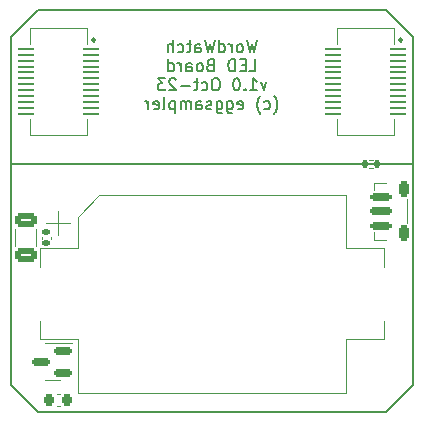
<source format=gbr>
%TF.GenerationSoftware,KiCad,Pcbnew,7.0.8*%
%TF.CreationDate,2023-11-08T20:40:56+10:00*%
%TF.ProjectId,LEDBoard,4c454442-6f61-4726-942e-6b696361645f,rev?*%
%TF.SameCoordinates,Original*%
%TF.FileFunction,Legend,Bot*%
%TF.FilePolarity,Positive*%
%FSLAX46Y46*%
G04 Gerber Fmt 4.6, Leading zero omitted, Abs format (unit mm)*
G04 Created by KiCad (PCBNEW 7.0.8) date 2023-11-08 20:40:56*
%MOMM*%
%LPD*%
G01*
G04 APERTURE LIST*
G04 Aperture macros list*
%AMRoundRect*
0 Rectangle with rounded corners*
0 $1 Rounding radius*
0 $2 $3 $4 $5 $6 $7 $8 $9 X,Y pos of 4 corners*
0 Add a 4 corners polygon primitive as box body*
4,1,4,$2,$3,$4,$5,$6,$7,$8,$9,$2,$3,0*
0 Add four circle primitives for the rounded corners*
1,1,$1+$1,$2,$3*
1,1,$1+$1,$4,$5*
1,1,$1+$1,$6,$7*
1,1,$1+$1,$8,$9*
0 Add four rect primitives between the rounded corners*
20,1,$1+$1,$2,$3,$4,$5,0*
20,1,$1+$1,$4,$5,$6,$7,0*
20,1,$1+$1,$6,$7,$8,$9,0*
20,1,$1+$1,$8,$9,$2,$3,0*%
G04 Aperture macros list end*
%ADD10C,0.150000*%
%ADD11C,0.120000*%
%ADD12C,0.100000*%
%ADD13C,0.250000*%
%ADD14R,2.600000X3.600000*%
%ADD15RoundRect,0.062500X0.587500X0.062500X-0.587500X0.062500X-0.587500X-0.062500X0.587500X-0.062500X0*%
%ADD16RoundRect,0.225000X-0.225000X-0.250000X0.225000X-0.250000X0.225000X0.250000X-0.225000X0.250000X0*%
%ADD17C,0.900000*%
%ADD18RoundRect,0.187500X-0.712500X0.187500X-0.712500X-0.187500X0.712500X-0.187500X0.712500X0.187500X0*%
%ADD19RoundRect,0.150000X-0.750000X0.150000X-0.750000X-0.150000X0.750000X-0.150000X0.750000X0.150000X0*%
%ADD20RoundRect,0.225000X-0.225000X0.425000X-0.225000X-0.425000X0.225000X-0.425000X0.225000X0.425000X0*%
%ADD21RoundRect,0.140000X0.170000X-0.140000X0.170000X0.140000X-0.170000X0.140000X-0.170000X-0.140000X0*%
%ADD22RoundRect,0.150000X0.587500X0.150000X-0.587500X0.150000X-0.587500X-0.150000X0.587500X-0.150000X0*%
%ADD23RoundRect,0.135000X0.135000X0.185000X-0.135000X0.185000X-0.135000X-0.185000X0.135000X-0.185000X0*%
%ADD24RoundRect,0.250000X0.650000X-0.325000X0.650000X0.325000X-0.650000X0.325000X-0.650000X-0.325000X0*%
G04 APERTURE END LIST*
D10*
X34500000Y-2750000D02*
X34500000Y-13500000D01*
X500000Y-13500000D01*
X500000Y-2750000D01*
X2750000Y-500000D01*
X32250000Y-500000D01*
X34500000Y-2750000D01*
X34500000Y-32250001D02*
X32250000Y-34500000D01*
X2750001Y-34500000D01*
X500000Y-32250000D01*
X500000Y-13500000D01*
X34500000Y-13500000D01*
X34500000Y-32250001D01*
X21333333Y-3039819D02*
X21095238Y-4039819D01*
X21095238Y-4039819D02*
X20904762Y-3325533D01*
X20904762Y-3325533D02*
X20714286Y-4039819D01*
X20714286Y-4039819D02*
X20476191Y-3039819D01*
X19952381Y-4039819D02*
X20047619Y-3992200D01*
X20047619Y-3992200D02*
X20095238Y-3944580D01*
X20095238Y-3944580D02*
X20142857Y-3849342D01*
X20142857Y-3849342D02*
X20142857Y-3563628D01*
X20142857Y-3563628D02*
X20095238Y-3468390D01*
X20095238Y-3468390D02*
X20047619Y-3420771D01*
X20047619Y-3420771D02*
X19952381Y-3373152D01*
X19952381Y-3373152D02*
X19809524Y-3373152D01*
X19809524Y-3373152D02*
X19714286Y-3420771D01*
X19714286Y-3420771D02*
X19666667Y-3468390D01*
X19666667Y-3468390D02*
X19619048Y-3563628D01*
X19619048Y-3563628D02*
X19619048Y-3849342D01*
X19619048Y-3849342D02*
X19666667Y-3944580D01*
X19666667Y-3944580D02*
X19714286Y-3992200D01*
X19714286Y-3992200D02*
X19809524Y-4039819D01*
X19809524Y-4039819D02*
X19952381Y-4039819D01*
X19190476Y-4039819D02*
X19190476Y-3373152D01*
X19190476Y-3563628D02*
X19142857Y-3468390D01*
X19142857Y-3468390D02*
X19095238Y-3420771D01*
X19095238Y-3420771D02*
X19000000Y-3373152D01*
X19000000Y-3373152D02*
X18904762Y-3373152D01*
X18142857Y-4039819D02*
X18142857Y-3039819D01*
X18142857Y-3992200D02*
X18238095Y-4039819D01*
X18238095Y-4039819D02*
X18428571Y-4039819D01*
X18428571Y-4039819D02*
X18523809Y-3992200D01*
X18523809Y-3992200D02*
X18571428Y-3944580D01*
X18571428Y-3944580D02*
X18619047Y-3849342D01*
X18619047Y-3849342D02*
X18619047Y-3563628D01*
X18619047Y-3563628D02*
X18571428Y-3468390D01*
X18571428Y-3468390D02*
X18523809Y-3420771D01*
X18523809Y-3420771D02*
X18428571Y-3373152D01*
X18428571Y-3373152D02*
X18238095Y-3373152D01*
X18238095Y-3373152D02*
X18142857Y-3420771D01*
X17761904Y-3039819D02*
X17523809Y-4039819D01*
X17523809Y-4039819D02*
X17333333Y-3325533D01*
X17333333Y-3325533D02*
X17142857Y-4039819D01*
X17142857Y-4039819D02*
X16904762Y-3039819D01*
X16095238Y-4039819D02*
X16095238Y-3516009D01*
X16095238Y-3516009D02*
X16142857Y-3420771D01*
X16142857Y-3420771D02*
X16238095Y-3373152D01*
X16238095Y-3373152D02*
X16428571Y-3373152D01*
X16428571Y-3373152D02*
X16523809Y-3420771D01*
X16095238Y-3992200D02*
X16190476Y-4039819D01*
X16190476Y-4039819D02*
X16428571Y-4039819D01*
X16428571Y-4039819D02*
X16523809Y-3992200D01*
X16523809Y-3992200D02*
X16571428Y-3896961D01*
X16571428Y-3896961D02*
X16571428Y-3801723D01*
X16571428Y-3801723D02*
X16523809Y-3706485D01*
X16523809Y-3706485D02*
X16428571Y-3658866D01*
X16428571Y-3658866D02*
X16190476Y-3658866D01*
X16190476Y-3658866D02*
X16095238Y-3611247D01*
X15761904Y-3373152D02*
X15380952Y-3373152D01*
X15619047Y-3039819D02*
X15619047Y-3896961D01*
X15619047Y-3896961D02*
X15571428Y-3992200D01*
X15571428Y-3992200D02*
X15476190Y-4039819D01*
X15476190Y-4039819D02*
X15380952Y-4039819D01*
X14619047Y-3992200D02*
X14714285Y-4039819D01*
X14714285Y-4039819D02*
X14904761Y-4039819D01*
X14904761Y-4039819D02*
X14999999Y-3992200D01*
X14999999Y-3992200D02*
X15047618Y-3944580D01*
X15047618Y-3944580D02*
X15095237Y-3849342D01*
X15095237Y-3849342D02*
X15095237Y-3563628D01*
X15095237Y-3563628D02*
X15047618Y-3468390D01*
X15047618Y-3468390D02*
X14999999Y-3420771D01*
X14999999Y-3420771D02*
X14904761Y-3373152D01*
X14904761Y-3373152D02*
X14714285Y-3373152D01*
X14714285Y-3373152D02*
X14619047Y-3420771D01*
X14190475Y-4039819D02*
X14190475Y-3039819D01*
X13761904Y-4039819D02*
X13761904Y-3516009D01*
X13761904Y-3516009D02*
X13809523Y-3420771D01*
X13809523Y-3420771D02*
X13904761Y-3373152D01*
X13904761Y-3373152D02*
X14047618Y-3373152D01*
X14047618Y-3373152D02*
X14142856Y-3420771D01*
X14142856Y-3420771D02*
X14190475Y-3468390D01*
X20690476Y-5649819D02*
X21166666Y-5649819D01*
X21166666Y-5649819D02*
X21166666Y-4649819D01*
X20357142Y-5126009D02*
X20023809Y-5126009D01*
X19880952Y-5649819D02*
X20357142Y-5649819D01*
X20357142Y-5649819D02*
X20357142Y-4649819D01*
X20357142Y-4649819D02*
X19880952Y-4649819D01*
X19452380Y-5649819D02*
X19452380Y-4649819D01*
X19452380Y-4649819D02*
X19214285Y-4649819D01*
X19214285Y-4649819D02*
X19071428Y-4697438D01*
X19071428Y-4697438D02*
X18976190Y-4792676D01*
X18976190Y-4792676D02*
X18928571Y-4887914D01*
X18928571Y-4887914D02*
X18880952Y-5078390D01*
X18880952Y-5078390D02*
X18880952Y-5221247D01*
X18880952Y-5221247D02*
X18928571Y-5411723D01*
X18928571Y-5411723D02*
X18976190Y-5506961D01*
X18976190Y-5506961D02*
X19071428Y-5602200D01*
X19071428Y-5602200D02*
X19214285Y-5649819D01*
X19214285Y-5649819D02*
X19452380Y-5649819D01*
X17357142Y-5126009D02*
X17214285Y-5173628D01*
X17214285Y-5173628D02*
X17166666Y-5221247D01*
X17166666Y-5221247D02*
X17119047Y-5316485D01*
X17119047Y-5316485D02*
X17119047Y-5459342D01*
X17119047Y-5459342D02*
X17166666Y-5554580D01*
X17166666Y-5554580D02*
X17214285Y-5602200D01*
X17214285Y-5602200D02*
X17309523Y-5649819D01*
X17309523Y-5649819D02*
X17690475Y-5649819D01*
X17690475Y-5649819D02*
X17690475Y-4649819D01*
X17690475Y-4649819D02*
X17357142Y-4649819D01*
X17357142Y-4649819D02*
X17261904Y-4697438D01*
X17261904Y-4697438D02*
X17214285Y-4745057D01*
X17214285Y-4745057D02*
X17166666Y-4840295D01*
X17166666Y-4840295D02*
X17166666Y-4935533D01*
X17166666Y-4935533D02*
X17214285Y-5030771D01*
X17214285Y-5030771D02*
X17261904Y-5078390D01*
X17261904Y-5078390D02*
X17357142Y-5126009D01*
X17357142Y-5126009D02*
X17690475Y-5126009D01*
X16547618Y-5649819D02*
X16642856Y-5602200D01*
X16642856Y-5602200D02*
X16690475Y-5554580D01*
X16690475Y-5554580D02*
X16738094Y-5459342D01*
X16738094Y-5459342D02*
X16738094Y-5173628D01*
X16738094Y-5173628D02*
X16690475Y-5078390D01*
X16690475Y-5078390D02*
X16642856Y-5030771D01*
X16642856Y-5030771D02*
X16547618Y-4983152D01*
X16547618Y-4983152D02*
X16404761Y-4983152D01*
X16404761Y-4983152D02*
X16309523Y-5030771D01*
X16309523Y-5030771D02*
X16261904Y-5078390D01*
X16261904Y-5078390D02*
X16214285Y-5173628D01*
X16214285Y-5173628D02*
X16214285Y-5459342D01*
X16214285Y-5459342D02*
X16261904Y-5554580D01*
X16261904Y-5554580D02*
X16309523Y-5602200D01*
X16309523Y-5602200D02*
X16404761Y-5649819D01*
X16404761Y-5649819D02*
X16547618Y-5649819D01*
X15357142Y-5649819D02*
X15357142Y-5126009D01*
X15357142Y-5126009D02*
X15404761Y-5030771D01*
X15404761Y-5030771D02*
X15499999Y-4983152D01*
X15499999Y-4983152D02*
X15690475Y-4983152D01*
X15690475Y-4983152D02*
X15785713Y-5030771D01*
X15357142Y-5602200D02*
X15452380Y-5649819D01*
X15452380Y-5649819D02*
X15690475Y-5649819D01*
X15690475Y-5649819D02*
X15785713Y-5602200D01*
X15785713Y-5602200D02*
X15833332Y-5506961D01*
X15833332Y-5506961D02*
X15833332Y-5411723D01*
X15833332Y-5411723D02*
X15785713Y-5316485D01*
X15785713Y-5316485D02*
X15690475Y-5268866D01*
X15690475Y-5268866D02*
X15452380Y-5268866D01*
X15452380Y-5268866D02*
X15357142Y-5221247D01*
X14880951Y-5649819D02*
X14880951Y-4983152D01*
X14880951Y-5173628D02*
X14833332Y-5078390D01*
X14833332Y-5078390D02*
X14785713Y-5030771D01*
X14785713Y-5030771D02*
X14690475Y-4983152D01*
X14690475Y-4983152D02*
X14595237Y-4983152D01*
X13833332Y-5649819D02*
X13833332Y-4649819D01*
X13833332Y-5602200D02*
X13928570Y-5649819D01*
X13928570Y-5649819D02*
X14119046Y-5649819D01*
X14119046Y-5649819D02*
X14214284Y-5602200D01*
X14214284Y-5602200D02*
X14261903Y-5554580D01*
X14261903Y-5554580D02*
X14309522Y-5459342D01*
X14309522Y-5459342D02*
X14309522Y-5173628D01*
X14309522Y-5173628D02*
X14261903Y-5078390D01*
X14261903Y-5078390D02*
X14214284Y-5030771D01*
X14214284Y-5030771D02*
X14119046Y-4983152D01*
X14119046Y-4983152D02*
X13928570Y-4983152D01*
X13928570Y-4983152D02*
X13833332Y-5030771D01*
X22119047Y-6593152D02*
X21880952Y-7259819D01*
X21880952Y-7259819D02*
X21642857Y-6593152D01*
X20738095Y-7259819D02*
X21309523Y-7259819D01*
X21023809Y-7259819D02*
X21023809Y-6259819D01*
X21023809Y-6259819D02*
X21119047Y-6402676D01*
X21119047Y-6402676D02*
X21214285Y-6497914D01*
X21214285Y-6497914D02*
X21309523Y-6545533D01*
X20309523Y-7164580D02*
X20261904Y-7212200D01*
X20261904Y-7212200D02*
X20309523Y-7259819D01*
X20309523Y-7259819D02*
X20357142Y-7212200D01*
X20357142Y-7212200D02*
X20309523Y-7164580D01*
X20309523Y-7164580D02*
X20309523Y-7259819D01*
X19642857Y-6259819D02*
X19547619Y-6259819D01*
X19547619Y-6259819D02*
X19452381Y-6307438D01*
X19452381Y-6307438D02*
X19404762Y-6355057D01*
X19404762Y-6355057D02*
X19357143Y-6450295D01*
X19357143Y-6450295D02*
X19309524Y-6640771D01*
X19309524Y-6640771D02*
X19309524Y-6878866D01*
X19309524Y-6878866D02*
X19357143Y-7069342D01*
X19357143Y-7069342D02*
X19404762Y-7164580D01*
X19404762Y-7164580D02*
X19452381Y-7212200D01*
X19452381Y-7212200D02*
X19547619Y-7259819D01*
X19547619Y-7259819D02*
X19642857Y-7259819D01*
X19642857Y-7259819D02*
X19738095Y-7212200D01*
X19738095Y-7212200D02*
X19785714Y-7164580D01*
X19785714Y-7164580D02*
X19833333Y-7069342D01*
X19833333Y-7069342D02*
X19880952Y-6878866D01*
X19880952Y-6878866D02*
X19880952Y-6640771D01*
X19880952Y-6640771D02*
X19833333Y-6450295D01*
X19833333Y-6450295D02*
X19785714Y-6355057D01*
X19785714Y-6355057D02*
X19738095Y-6307438D01*
X19738095Y-6307438D02*
X19642857Y-6259819D01*
X17928571Y-6259819D02*
X17738095Y-6259819D01*
X17738095Y-6259819D02*
X17642857Y-6307438D01*
X17642857Y-6307438D02*
X17547619Y-6402676D01*
X17547619Y-6402676D02*
X17500000Y-6593152D01*
X17500000Y-6593152D02*
X17500000Y-6926485D01*
X17500000Y-6926485D02*
X17547619Y-7116961D01*
X17547619Y-7116961D02*
X17642857Y-7212200D01*
X17642857Y-7212200D02*
X17738095Y-7259819D01*
X17738095Y-7259819D02*
X17928571Y-7259819D01*
X17928571Y-7259819D02*
X18023809Y-7212200D01*
X18023809Y-7212200D02*
X18119047Y-7116961D01*
X18119047Y-7116961D02*
X18166666Y-6926485D01*
X18166666Y-6926485D02*
X18166666Y-6593152D01*
X18166666Y-6593152D02*
X18119047Y-6402676D01*
X18119047Y-6402676D02*
X18023809Y-6307438D01*
X18023809Y-6307438D02*
X17928571Y-6259819D01*
X16642857Y-7212200D02*
X16738095Y-7259819D01*
X16738095Y-7259819D02*
X16928571Y-7259819D01*
X16928571Y-7259819D02*
X17023809Y-7212200D01*
X17023809Y-7212200D02*
X17071428Y-7164580D01*
X17071428Y-7164580D02*
X17119047Y-7069342D01*
X17119047Y-7069342D02*
X17119047Y-6783628D01*
X17119047Y-6783628D02*
X17071428Y-6688390D01*
X17071428Y-6688390D02*
X17023809Y-6640771D01*
X17023809Y-6640771D02*
X16928571Y-6593152D01*
X16928571Y-6593152D02*
X16738095Y-6593152D01*
X16738095Y-6593152D02*
X16642857Y-6640771D01*
X16357142Y-6593152D02*
X15976190Y-6593152D01*
X16214285Y-6259819D02*
X16214285Y-7116961D01*
X16214285Y-7116961D02*
X16166666Y-7212200D01*
X16166666Y-7212200D02*
X16071428Y-7259819D01*
X16071428Y-7259819D02*
X15976190Y-7259819D01*
X15642856Y-6878866D02*
X14880952Y-6878866D01*
X14452380Y-6355057D02*
X14404761Y-6307438D01*
X14404761Y-6307438D02*
X14309523Y-6259819D01*
X14309523Y-6259819D02*
X14071428Y-6259819D01*
X14071428Y-6259819D02*
X13976190Y-6307438D01*
X13976190Y-6307438D02*
X13928571Y-6355057D01*
X13928571Y-6355057D02*
X13880952Y-6450295D01*
X13880952Y-6450295D02*
X13880952Y-6545533D01*
X13880952Y-6545533D02*
X13928571Y-6688390D01*
X13928571Y-6688390D02*
X14499999Y-7259819D01*
X14499999Y-7259819D02*
X13880952Y-7259819D01*
X13547618Y-6259819D02*
X12928571Y-6259819D01*
X12928571Y-6259819D02*
X13261904Y-6640771D01*
X13261904Y-6640771D02*
X13119047Y-6640771D01*
X13119047Y-6640771D02*
X13023809Y-6688390D01*
X13023809Y-6688390D02*
X12976190Y-6736009D01*
X12976190Y-6736009D02*
X12928571Y-6831247D01*
X12928571Y-6831247D02*
X12928571Y-7069342D01*
X12928571Y-7069342D02*
X12976190Y-7164580D01*
X12976190Y-7164580D02*
X13023809Y-7212200D01*
X13023809Y-7212200D02*
X13119047Y-7259819D01*
X13119047Y-7259819D02*
X13404761Y-7259819D01*
X13404761Y-7259819D02*
X13499999Y-7212200D01*
X13499999Y-7212200D02*
X13547618Y-7164580D01*
X22761905Y-9250771D02*
X22809524Y-9203152D01*
X22809524Y-9203152D02*
X22904762Y-9060295D01*
X22904762Y-9060295D02*
X22952381Y-8965057D01*
X22952381Y-8965057D02*
X23000000Y-8822200D01*
X23000000Y-8822200D02*
X23047619Y-8584104D01*
X23047619Y-8584104D02*
X23047619Y-8393628D01*
X23047619Y-8393628D02*
X23000000Y-8155533D01*
X23000000Y-8155533D02*
X22952381Y-8012676D01*
X22952381Y-8012676D02*
X22904762Y-7917438D01*
X22904762Y-7917438D02*
X22809524Y-7774580D01*
X22809524Y-7774580D02*
X22761905Y-7726961D01*
X21952381Y-8822200D02*
X22047619Y-8869819D01*
X22047619Y-8869819D02*
X22238095Y-8869819D01*
X22238095Y-8869819D02*
X22333333Y-8822200D01*
X22333333Y-8822200D02*
X22380952Y-8774580D01*
X22380952Y-8774580D02*
X22428571Y-8679342D01*
X22428571Y-8679342D02*
X22428571Y-8393628D01*
X22428571Y-8393628D02*
X22380952Y-8298390D01*
X22380952Y-8298390D02*
X22333333Y-8250771D01*
X22333333Y-8250771D02*
X22238095Y-8203152D01*
X22238095Y-8203152D02*
X22047619Y-8203152D01*
X22047619Y-8203152D02*
X21952381Y-8250771D01*
X21619047Y-9250771D02*
X21571428Y-9203152D01*
X21571428Y-9203152D02*
X21476190Y-9060295D01*
X21476190Y-9060295D02*
X21428571Y-8965057D01*
X21428571Y-8965057D02*
X21380952Y-8822200D01*
X21380952Y-8822200D02*
X21333333Y-8584104D01*
X21333333Y-8584104D02*
X21333333Y-8393628D01*
X21333333Y-8393628D02*
X21380952Y-8155533D01*
X21380952Y-8155533D02*
X21428571Y-8012676D01*
X21428571Y-8012676D02*
X21476190Y-7917438D01*
X21476190Y-7917438D02*
X21571428Y-7774580D01*
X21571428Y-7774580D02*
X21619047Y-7726961D01*
X19714285Y-8822200D02*
X19809523Y-8869819D01*
X19809523Y-8869819D02*
X19999999Y-8869819D01*
X19999999Y-8869819D02*
X20095237Y-8822200D01*
X20095237Y-8822200D02*
X20142856Y-8726961D01*
X20142856Y-8726961D02*
X20142856Y-8346009D01*
X20142856Y-8346009D02*
X20095237Y-8250771D01*
X20095237Y-8250771D02*
X19999999Y-8203152D01*
X19999999Y-8203152D02*
X19809523Y-8203152D01*
X19809523Y-8203152D02*
X19714285Y-8250771D01*
X19714285Y-8250771D02*
X19666666Y-8346009D01*
X19666666Y-8346009D02*
X19666666Y-8441247D01*
X19666666Y-8441247D02*
X20142856Y-8536485D01*
X18809523Y-8203152D02*
X18809523Y-9012676D01*
X18809523Y-9012676D02*
X18857142Y-9107914D01*
X18857142Y-9107914D02*
X18904761Y-9155533D01*
X18904761Y-9155533D02*
X18999999Y-9203152D01*
X18999999Y-9203152D02*
X19142856Y-9203152D01*
X19142856Y-9203152D02*
X19238094Y-9155533D01*
X18809523Y-8822200D02*
X18904761Y-8869819D01*
X18904761Y-8869819D02*
X19095237Y-8869819D01*
X19095237Y-8869819D02*
X19190475Y-8822200D01*
X19190475Y-8822200D02*
X19238094Y-8774580D01*
X19238094Y-8774580D02*
X19285713Y-8679342D01*
X19285713Y-8679342D02*
X19285713Y-8393628D01*
X19285713Y-8393628D02*
X19238094Y-8298390D01*
X19238094Y-8298390D02*
X19190475Y-8250771D01*
X19190475Y-8250771D02*
X19095237Y-8203152D01*
X19095237Y-8203152D02*
X18904761Y-8203152D01*
X18904761Y-8203152D02*
X18809523Y-8250771D01*
X17904761Y-8203152D02*
X17904761Y-9012676D01*
X17904761Y-9012676D02*
X17952380Y-9107914D01*
X17952380Y-9107914D02*
X17999999Y-9155533D01*
X17999999Y-9155533D02*
X18095237Y-9203152D01*
X18095237Y-9203152D02*
X18238094Y-9203152D01*
X18238094Y-9203152D02*
X18333332Y-9155533D01*
X17904761Y-8822200D02*
X17999999Y-8869819D01*
X17999999Y-8869819D02*
X18190475Y-8869819D01*
X18190475Y-8869819D02*
X18285713Y-8822200D01*
X18285713Y-8822200D02*
X18333332Y-8774580D01*
X18333332Y-8774580D02*
X18380951Y-8679342D01*
X18380951Y-8679342D02*
X18380951Y-8393628D01*
X18380951Y-8393628D02*
X18333332Y-8298390D01*
X18333332Y-8298390D02*
X18285713Y-8250771D01*
X18285713Y-8250771D02*
X18190475Y-8203152D01*
X18190475Y-8203152D02*
X17999999Y-8203152D01*
X17999999Y-8203152D02*
X17904761Y-8250771D01*
X17476189Y-8822200D02*
X17380951Y-8869819D01*
X17380951Y-8869819D02*
X17190475Y-8869819D01*
X17190475Y-8869819D02*
X17095237Y-8822200D01*
X17095237Y-8822200D02*
X17047618Y-8726961D01*
X17047618Y-8726961D02*
X17047618Y-8679342D01*
X17047618Y-8679342D02*
X17095237Y-8584104D01*
X17095237Y-8584104D02*
X17190475Y-8536485D01*
X17190475Y-8536485D02*
X17333332Y-8536485D01*
X17333332Y-8536485D02*
X17428570Y-8488866D01*
X17428570Y-8488866D02*
X17476189Y-8393628D01*
X17476189Y-8393628D02*
X17476189Y-8346009D01*
X17476189Y-8346009D02*
X17428570Y-8250771D01*
X17428570Y-8250771D02*
X17333332Y-8203152D01*
X17333332Y-8203152D02*
X17190475Y-8203152D01*
X17190475Y-8203152D02*
X17095237Y-8250771D01*
X16190475Y-8869819D02*
X16190475Y-8346009D01*
X16190475Y-8346009D02*
X16238094Y-8250771D01*
X16238094Y-8250771D02*
X16333332Y-8203152D01*
X16333332Y-8203152D02*
X16523808Y-8203152D01*
X16523808Y-8203152D02*
X16619046Y-8250771D01*
X16190475Y-8822200D02*
X16285713Y-8869819D01*
X16285713Y-8869819D02*
X16523808Y-8869819D01*
X16523808Y-8869819D02*
X16619046Y-8822200D01*
X16619046Y-8822200D02*
X16666665Y-8726961D01*
X16666665Y-8726961D02*
X16666665Y-8631723D01*
X16666665Y-8631723D02*
X16619046Y-8536485D01*
X16619046Y-8536485D02*
X16523808Y-8488866D01*
X16523808Y-8488866D02*
X16285713Y-8488866D01*
X16285713Y-8488866D02*
X16190475Y-8441247D01*
X15714284Y-8869819D02*
X15714284Y-8203152D01*
X15714284Y-8298390D02*
X15666665Y-8250771D01*
X15666665Y-8250771D02*
X15571427Y-8203152D01*
X15571427Y-8203152D02*
X15428570Y-8203152D01*
X15428570Y-8203152D02*
X15333332Y-8250771D01*
X15333332Y-8250771D02*
X15285713Y-8346009D01*
X15285713Y-8346009D02*
X15285713Y-8869819D01*
X15285713Y-8346009D02*
X15238094Y-8250771D01*
X15238094Y-8250771D02*
X15142856Y-8203152D01*
X15142856Y-8203152D02*
X14999999Y-8203152D01*
X14999999Y-8203152D02*
X14904760Y-8250771D01*
X14904760Y-8250771D02*
X14857141Y-8346009D01*
X14857141Y-8346009D02*
X14857141Y-8869819D01*
X14380951Y-8203152D02*
X14380951Y-9203152D01*
X14380951Y-8250771D02*
X14285713Y-8203152D01*
X14285713Y-8203152D02*
X14095237Y-8203152D01*
X14095237Y-8203152D02*
X13999999Y-8250771D01*
X13999999Y-8250771D02*
X13952380Y-8298390D01*
X13952380Y-8298390D02*
X13904761Y-8393628D01*
X13904761Y-8393628D02*
X13904761Y-8679342D01*
X13904761Y-8679342D02*
X13952380Y-8774580D01*
X13952380Y-8774580D02*
X13999999Y-8822200D01*
X13999999Y-8822200D02*
X14095237Y-8869819D01*
X14095237Y-8869819D02*
X14285713Y-8869819D01*
X14285713Y-8869819D02*
X14380951Y-8822200D01*
X13333332Y-8869819D02*
X13428570Y-8822200D01*
X13428570Y-8822200D02*
X13476189Y-8726961D01*
X13476189Y-8726961D02*
X13476189Y-7869819D01*
X12571427Y-8822200D02*
X12666665Y-8869819D01*
X12666665Y-8869819D02*
X12857141Y-8869819D01*
X12857141Y-8869819D02*
X12952379Y-8822200D01*
X12952379Y-8822200D02*
X12999998Y-8726961D01*
X12999998Y-8726961D02*
X12999998Y-8346009D01*
X12999998Y-8346009D02*
X12952379Y-8250771D01*
X12952379Y-8250771D02*
X12857141Y-8203152D01*
X12857141Y-8203152D02*
X12666665Y-8203152D01*
X12666665Y-8203152D02*
X12571427Y-8250771D01*
X12571427Y-8250771D02*
X12523808Y-8346009D01*
X12523808Y-8346009D02*
X12523808Y-8441247D01*
X12523808Y-8441247D02*
X12999998Y-8536485D01*
X12095236Y-8869819D02*
X12095236Y-8203152D01*
X12095236Y-8393628D02*
X12047617Y-8298390D01*
X12047617Y-8298390D02*
X11999998Y-8250771D01*
X11999998Y-8250771D02*
X11904760Y-8203152D01*
X11904760Y-8203152D02*
X11809522Y-8203152D01*
D11*
%TO.C,BT1*%
X2950000Y-20650000D02*
X2950000Y-22200000D01*
X2950000Y-28350000D02*
X2950000Y-26800000D01*
X4500000Y-19500000D02*
X4500000Y-17500000D01*
X5500000Y-18500000D02*
X3500000Y-18500000D01*
X6150000Y-17950000D02*
X6150000Y-20650000D01*
X6150000Y-20650000D02*
X2950000Y-20650000D01*
X6150000Y-28350000D02*
X2950000Y-28350000D01*
X6150000Y-32850000D02*
X6150000Y-28350000D01*
X6150000Y-32850000D02*
X28850000Y-32850000D01*
X7950000Y-16150000D02*
X6150000Y-17950000D01*
X28850000Y-16150000D02*
X7950000Y-16150000D01*
X28850000Y-16150000D02*
X28850000Y-20650000D01*
X28850000Y-20650000D02*
X32050000Y-20650000D01*
X28850000Y-28350000D02*
X32050000Y-28350000D01*
X28850000Y-32850000D02*
X28850000Y-28350000D01*
X32050000Y-20650000D02*
X32050000Y-22200000D01*
X32050000Y-28350000D02*
X32050000Y-26800000D01*
D12*
%TO.C,J2*%
X32900000Y-11050000D02*
X32900000Y-9650000D01*
X32900000Y-1950000D02*
X32900000Y-3350000D01*
X32900000Y-1950000D02*
X28100000Y-1950000D01*
X28100000Y-11050000D02*
X32900000Y-11050000D01*
X28100000Y-11050000D02*
X28100000Y-9650000D01*
X28100000Y-1950000D02*
X28100000Y-3350000D01*
D13*
X33625000Y-3000000D02*
G75*
G03*
X33625000Y-3000000I-125000J0D01*
G01*
D11*
%TO.C,C3*%
X4359420Y-32990000D02*
X4640580Y-32990000D01*
X4359420Y-34010000D02*
X4640580Y-34010000D01*
%TO.C,SW1*%
X31250000Y-15100000D02*
X32250000Y-15100000D01*
X31250000Y-15700000D02*
X31250000Y-15100000D01*
X34050000Y-16500000D02*
X34050000Y-18500000D01*
X31250000Y-19300000D02*
X31250000Y-19900000D01*
X31250000Y-19900000D02*
X32250000Y-19900000D01*
%TO.C,C2*%
X3140000Y-19857836D02*
X3140000Y-19642164D01*
X3860000Y-19857836D02*
X3860000Y-19642164D01*
%TO.C,Q1*%
X4000000Y-31810000D02*
X4650000Y-31810000D01*
X4000000Y-31810000D02*
X3350000Y-31810000D01*
X4000000Y-28690000D02*
X5675000Y-28690000D01*
X4000000Y-28690000D02*
X3350000Y-28690000D01*
D12*
%TO.C,J1*%
X6900000Y-11050000D02*
X6900000Y-9650000D01*
X6900000Y-1950000D02*
X6900000Y-3350000D01*
X6900000Y-1950000D02*
X2100000Y-1950000D01*
X2100000Y-11050000D02*
X6900000Y-11050000D01*
X2100000Y-11050000D02*
X2100000Y-9650000D01*
X2100000Y-1950000D02*
X2100000Y-3350000D01*
D13*
X7625000Y-3000000D02*
G75*
G03*
X7625000Y-3000000I-125000J0D01*
G01*
D11*
%TO.C,R7*%
X31153641Y-13880000D02*
X30846359Y-13880000D01*
X31153641Y-13120000D02*
X30846359Y-13120000D01*
%TO.C,C1*%
X840000Y-20461252D02*
X840000Y-19038748D01*
X2660000Y-20461252D02*
X2660000Y-19038748D01*
%TD*%
%LPC*%
D14*
%TO.C,BT1*%
X2850000Y-24500000D03*
X32150000Y-24500000D03*
%TD*%
D15*
%TO.C,J2*%
X33250000Y-3750000D03*
X27750000Y-3750000D03*
X33250000Y-4250000D03*
X27750000Y-4250000D03*
X33250000Y-4750000D03*
X27750000Y-4750000D03*
X33250000Y-5250000D03*
X27750000Y-5250000D03*
X33250000Y-5750000D03*
X27750000Y-5750000D03*
X33250000Y-6250000D03*
X27750000Y-6250000D03*
X33250000Y-6750000D03*
X27750000Y-6750000D03*
X33250000Y-7250000D03*
X27750000Y-7250000D03*
X33250000Y-7750000D03*
X27750000Y-7750000D03*
X33250000Y-8250000D03*
X27750000Y-8250000D03*
X33250000Y-8750000D03*
X27750000Y-8750000D03*
X33250000Y-9250000D03*
X27750000Y-9250000D03*
%TD*%
D16*
%TO.C,C3*%
X3725000Y-33500000D03*
X5275000Y-33500000D03*
%TD*%
D17*
%TO.C,SW1*%
X32750000Y-15375000D03*
X32750000Y-19625000D03*
D18*
X31850000Y-16275000D03*
X31850000Y-18725000D03*
D19*
X31850000Y-17500000D03*
D20*
X33800000Y-15650000D03*
X33800000Y-19350000D03*
%TD*%
D21*
%TO.C,C2*%
X3500000Y-20230000D03*
X3500000Y-19270000D03*
%TD*%
D22*
%TO.C,Q1*%
X4937500Y-29300000D03*
X4937500Y-31200000D03*
X3062500Y-30250000D03*
%TD*%
D15*
%TO.C,J1*%
X7250000Y-3750000D03*
X1750000Y-3750000D03*
X7250000Y-4250000D03*
X1750000Y-4250000D03*
X7250000Y-4750000D03*
X1750000Y-4750000D03*
X7250000Y-5250000D03*
X1750000Y-5250000D03*
X7250000Y-5750000D03*
X1750000Y-5750000D03*
X7250000Y-6250000D03*
X1750000Y-6250000D03*
X7250000Y-6750000D03*
X1750000Y-6750000D03*
X7250000Y-7250000D03*
X1750000Y-7250000D03*
X7250000Y-7750000D03*
X1750000Y-7750000D03*
X7250000Y-8250000D03*
X1750000Y-8250000D03*
X7250000Y-8750000D03*
X1750000Y-8750000D03*
X7250000Y-9250000D03*
X1750000Y-9250000D03*
%TD*%
D23*
%TO.C,R7*%
X31510000Y-13500000D03*
X30490000Y-13500000D03*
%TD*%
D24*
%TO.C,C1*%
X1750000Y-21225000D03*
X1750000Y-18275000D03*
%TD*%
%LPD*%
M02*

</source>
